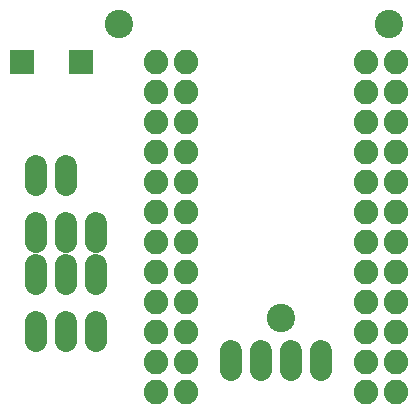
<source format=gbr>
G04 EAGLE Gerber RS-274X export*
G75*
%MOMM*%
%FSLAX34Y34*%
%LPD*%
%INSoldermask Bottom*%
%IPPOS*%
%AMOC8*
5,1,8,0,0,1.08239X$1,22.5*%
G01*
%ADD10C,2.403200*%
%ADD11C,2.082800*%
%ADD12C,1.828800*%
%ADD13R,2.012800X2.012800*%


D10*
X257810Y113030D03*
X349250Y361950D03*
X120650Y361950D03*
D11*
X330200Y330200D03*
X330200Y304800D03*
X330200Y279400D03*
X330200Y254000D03*
X330200Y228600D03*
X330200Y203200D03*
X330200Y177800D03*
X330200Y152400D03*
X330200Y127000D03*
X330200Y101600D03*
X330200Y76200D03*
X330200Y50800D03*
X177800Y50800D03*
X177800Y76200D03*
X177800Y101600D03*
X177800Y127000D03*
X177800Y152400D03*
X177800Y177800D03*
X177800Y203200D03*
X177800Y228600D03*
X177800Y254000D03*
X177800Y279400D03*
X177800Y304800D03*
X177800Y330200D03*
X355600Y330200D03*
X355600Y304800D03*
X355600Y279400D03*
X355600Y254000D03*
X355600Y228600D03*
X355600Y203200D03*
X355600Y177800D03*
X355600Y152400D03*
X355600Y127000D03*
X355600Y101600D03*
X355600Y76200D03*
X355600Y50800D03*
X152400Y50800D03*
X152400Y76200D03*
X152400Y101600D03*
X152400Y127000D03*
X152400Y152400D03*
X152400Y177800D03*
X152400Y203200D03*
X152400Y228600D03*
X152400Y254000D03*
X152400Y279400D03*
X152400Y304800D03*
X152400Y330200D03*
D12*
X50800Y193548D02*
X50800Y177292D01*
X76200Y177292D02*
X76200Y193548D01*
X101600Y193548D02*
X101600Y177292D01*
X50800Y157988D02*
X50800Y141732D01*
X76200Y141732D02*
X76200Y157988D01*
X101600Y157988D02*
X101600Y141732D01*
X76200Y225552D02*
X76200Y241808D01*
X50800Y241808D02*
X50800Y225552D01*
D13*
X38500Y330200D03*
X88500Y330200D03*
D12*
X50800Y109728D02*
X50800Y93472D01*
X76200Y93472D02*
X76200Y109728D01*
X101600Y109728D02*
X101600Y93472D01*
X215900Y85598D02*
X215900Y69342D01*
X241300Y69342D02*
X241300Y85598D01*
X266700Y85598D02*
X266700Y69342D01*
X292100Y69342D02*
X292100Y85598D01*
M02*

</source>
